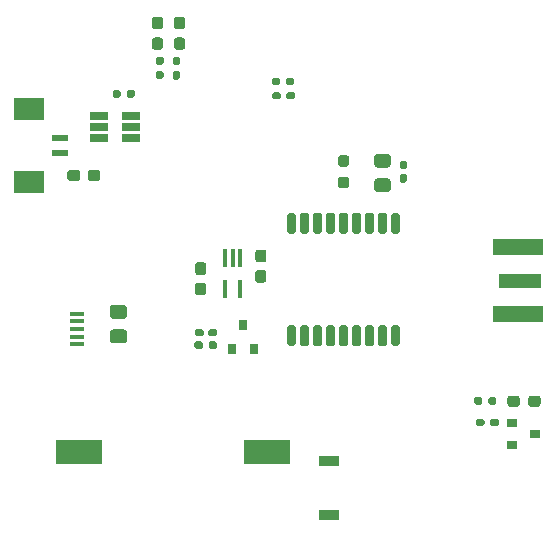
<source format=gbr>
%TF.GenerationSoftware,KiCad,Pcbnew,(5.1.10-1-10_14)*%
%TF.CreationDate,2021-07-28T23:22:07+08:00*%
%TF.ProjectId,maxm8q_board,6d61786d-3871-45f6-926f-6172642e6b69,rev?*%
%TF.SameCoordinates,Original*%
%TF.FileFunction,Paste,Top*%
%TF.FilePolarity,Positive*%
%FSLAX46Y46*%
G04 Gerber Fmt 4.6, Leading zero omitted, Abs format (unit mm)*
G04 Created by KiCad (PCBNEW (5.1.10-1-10_14)) date 2021-07-28 23:22:07*
%MOMM*%
%LPD*%
G01*
G04 APERTURE LIST*
%ADD10R,3.600000X1.270000*%
%ADD11R,4.200000X1.350000*%
%ADD12R,1.699997X0.899998*%
%ADD13R,1.560000X0.650000*%
%ADD14R,2.599995X1.899996*%
%ADD15R,1.399997X0.599999*%
%ADD16R,1.300000X0.450000*%
%ADD17R,4.000000X2.000000*%
%ADD18R,0.800000X0.900000*%
%ADD19R,0.900000X0.800000*%
%ADD20R,0.400000X1.500000*%
G04 APERTURE END LIST*
D10*
%TO.C,X1*%
X143650000Y-83100000D03*
D11*
X143450000Y-80275000D03*
X143450000Y-85925000D03*
%TD*%
%TO.C,C6*%
G36*
G01*
X109175000Y-87220000D02*
X110125000Y-87220000D01*
G75*
G02*
X110375000Y-87470000I0J-250000D01*
G01*
X110375000Y-88145000D01*
G75*
G02*
X110125000Y-88395000I-250000J0D01*
G01*
X109175000Y-88395000D01*
G75*
G02*
X108925000Y-88145000I0J250000D01*
G01*
X108925000Y-87470000D01*
G75*
G02*
X109175000Y-87220000I250000J0D01*
G01*
G37*
G36*
G01*
X109175000Y-85145000D02*
X110125000Y-85145000D01*
G75*
G02*
X110375000Y-85395000I0J-250000D01*
G01*
X110375000Y-86070000D01*
G75*
G02*
X110125000Y-86320000I-250000J0D01*
G01*
X109175000Y-86320000D01*
G75*
G02*
X108925000Y-86070000I0J250000D01*
G01*
X108925000Y-85395000D01*
G75*
G02*
X109175000Y-85145000I250000J0D01*
G01*
G37*
%TD*%
%TO.C,R9*%
G36*
G01*
X114400000Y-65347500D02*
X114720000Y-65347500D01*
G75*
G02*
X114880000Y-65507500I0J-160000D01*
G01*
X114880000Y-65902500D01*
G75*
G02*
X114720000Y-66062500I-160000J0D01*
G01*
X114400000Y-66062500D01*
G75*
G02*
X114240000Y-65902500I0J160000D01*
G01*
X114240000Y-65507500D01*
G75*
G02*
X114400000Y-65347500I160000J0D01*
G01*
G37*
G36*
G01*
X114400000Y-64152500D02*
X114720000Y-64152500D01*
G75*
G02*
X114880000Y-64312500I0J-160000D01*
G01*
X114880000Y-64707500D01*
G75*
G02*
X114720000Y-64867500I-160000J0D01*
G01*
X114400000Y-64867500D01*
G75*
G02*
X114240000Y-64707500I0J160000D01*
G01*
X114240000Y-64312500D01*
G75*
G02*
X114400000Y-64152500I160000J0D01*
G01*
G37*
%TD*%
%TO.C,R8*%
G36*
G01*
X109870000Y-67120000D02*
X109870000Y-67440000D01*
G75*
G02*
X109710000Y-67600000I-160000J0D01*
G01*
X109315000Y-67600000D01*
G75*
G02*
X109155000Y-67440000I0J160000D01*
G01*
X109155000Y-67120000D01*
G75*
G02*
X109315000Y-66960000I160000J0D01*
G01*
X109710000Y-66960000D01*
G75*
G02*
X109870000Y-67120000I0J-160000D01*
G01*
G37*
G36*
G01*
X111065000Y-67120000D02*
X111065000Y-67440000D01*
G75*
G02*
X110905000Y-67600000I-160000J0D01*
G01*
X110510000Y-67600000D01*
G75*
G02*
X110350000Y-67440000I0J160000D01*
G01*
X110350000Y-67120000D01*
G75*
G02*
X110510000Y-66960000I160000J0D01*
G01*
X110905000Y-66960000D01*
G75*
G02*
X111065000Y-67120000I0J-160000D01*
G01*
G37*
%TD*%
%TO.C,R7*%
G36*
G01*
X113320000Y-64840000D02*
X113000000Y-64840000D01*
G75*
G02*
X112840000Y-64680000I0J160000D01*
G01*
X112840000Y-64285000D01*
G75*
G02*
X113000000Y-64125000I160000J0D01*
G01*
X113320000Y-64125000D01*
G75*
G02*
X113480000Y-64285000I0J-160000D01*
G01*
X113480000Y-64680000D01*
G75*
G02*
X113320000Y-64840000I-160000J0D01*
G01*
G37*
G36*
G01*
X113320000Y-66035000D02*
X113000000Y-66035000D01*
G75*
G02*
X112840000Y-65875000I0J160000D01*
G01*
X112840000Y-65480000D01*
G75*
G02*
X113000000Y-65320000I160000J0D01*
G01*
X113320000Y-65320000D01*
G75*
G02*
X113480000Y-65480000I0J-160000D01*
G01*
X113480000Y-65875000D01*
G75*
G02*
X113320000Y-66035000I-160000J0D01*
G01*
G37*
%TD*%
%TO.C,R6*%
G36*
G01*
X116800000Y-88400000D02*
X116800000Y-88720000D01*
G75*
G02*
X116640000Y-88880000I-160000J0D01*
G01*
X116245000Y-88880000D01*
G75*
G02*
X116085000Y-88720000I0J160000D01*
G01*
X116085000Y-88400000D01*
G75*
G02*
X116245000Y-88240000I160000J0D01*
G01*
X116640000Y-88240000D01*
G75*
G02*
X116800000Y-88400000I0J-160000D01*
G01*
G37*
G36*
G01*
X117995000Y-88400000D02*
X117995000Y-88720000D01*
G75*
G02*
X117835000Y-88880000I-160000J0D01*
G01*
X117440000Y-88880000D01*
G75*
G02*
X117280000Y-88720000I0J160000D01*
G01*
X117280000Y-88400000D01*
G75*
G02*
X117440000Y-88240000I160000J0D01*
G01*
X117835000Y-88240000D01*
G75*
G02*
X117995000Y-88400000I0J-160000D01*
G01*
G37*
%TD*%
%TO.C,R5*%
G36*
G01*
X140940000Y-93430000D02*
X140940000Y-93110000D01*
G75*
G02*
X141100000Y-92950000I160000J0D01*
G01*
X141495000Y-92950000D01*
G75*
G02*
X141655000Y-93110000I0J-160000D01*
G01*
X141655000Y-93430000D01*
G75*
G02*
X141495000Y-93590000I-160000J0D01*
G01*
X141100000Y-93590000D01*
G75*
G02*
X140940000Y-93430000I0J160000D01*
G01*
G37*
G36*
G01*
X139745000Y-93430000D02*
X139745000Y-93110000D01*
G75*
G02*
X139905000Y-92950000I160000J0D01*
G01*
X140300000Y-92950000D01*
G75*
G02*
X140460000Y-93110000I0J-160000D01*
G01*
X140460000Y-93430000D01*
G75*
G02*
X140300000Y-93590000I-160000J0D01*
G01*
X139905000Y-93590000D01*
G75*
G02*
X139745000Y-93430000I0J160000D01*
G01*
G37*
%TD*%
%TO.C,R4*%
G36*
G01*
X141130000Y-95260000D02*
X141130000Y-94940000D01*
G75*
G02*
X141290000Y-94780000I160000J0D01*
G01*
X141685000Y-94780000D01*
G75*
G02*
X141845000Y-94940000I0J-160000D01*
G01*
X141845000Y-95260000D01*
G75*
G02*
X141685000Y-95420000I-160000J0D01*
G01*
X141290000Y-95420000D01*
G75*
G02*
X141130000Y-95260000I0J160000D01*
G01*
G37*
G36*
G01*
X139935000Y-95260000D02*
X139935000Y-94940000D01*
G75*
G02*
X140095000Y-94780000I160000J0D01*
G01*
X140490000Y-94780000D01*
G75*
G02*
X140650000Y-94940000I0J-160000D01*
G01*
X140650000Y-95260000D01*
G75*
G02*
X140490000Y-95420000I-160000J0D01*
G01*
X140095000Y-95420000D01*
G75*
G02*
X139935000Y-95260000I0J160000D01*
G01*
G37*
%TD*%
%TO.C,R2*%
G36*
G01*
X123390000Y-67270000D02*
X123390000Y-67590000D01*
G75*
G02*
X123230000Y-67750000I-160000J0D01*
G01*
X122835000Y-67750000D01*
G75*
G02*
X122675000Y-67590000I0J160000D01*
G01*
X122675000Y-67270000D01*
G75*
G02*
X122835000Y-67110000I160000J0D01*
G01*
X123230000Y-67110000D01*
G75*
G02*
X123390000Y-67270000I0J-160000D01*
G01*
G37*
G36*
G01*
X124585000Y-67270000D02*
X124585000Y-67590000D01*
G75*
G02*
X124425000Y-67750000I-160000J0D01*
G01*
X124030000Y-67750000D01*
G75*
G02*
X123870000Y-67590000I0J160000D01*
G01*
X123870000Y-67270000D01*
G75*
G02*
X124030000Y-67110000I160000J0D01*
G01*
X124425000Y-67110000D01*
G75*
G02*
X124585000Y-67270000I0J-160000D01*
G01*
G37*
%TD*%
%TO.C,R1*%
G36*
G01*
X123350000Y-66060000D02*
X123350000Y-66380000D01*
G75*
G02*
X123190000Y-66540000I-160000J0D01*
G01*
X122795000Y-66540000D01*
G75*
G02*
X122635000Y-66380000I0J160000D01*
G01*
X122635000Y-66060000D01*
G75*
G02*
X122795000Y-65900000I160000J0D01*
G01*
X123190000Y-65900000D01*
G75*
G02*
X123350000Y-66060000I0J-160000D01*
G01*
G37*
G36*
G01*
X124545000Y-66060000D02*
X124545000Y-66380000D01*
G75*
G02*
X124385000Y-66540000I-160000J0D01*
G01*
X123990000Y-66540000D01*
G75*
G02*
X123830000Y-66380000I0J160000D01*
G01*
X123830000Y-66060000D01*
G75*
G02*
X123990000Y-65900000I160000J0D01*
G01*
X124385000Y-65900000D01*
G75*
G02*
X124545000Y-66060000I0J-160000D01*
G01*
G37*
%TD*%
%TO.C,C5*%
G36*
G01*
X116860000Y-87335000D02*
X116860000Y-87645000D01*
G75*
G02*
X116705000Y-87800000I-155000J0D01*
G01*
X116280000Y-87800000D01*
G75*
G02*
X116125000Y-87645000I0J155000D01*
G01*
X116125000Y-87335000D01*
G75*
G02*
X116280000Y-87180000I155000J0D01*
G01*
X116705000Y-87180000D01*
G75*
G02*
X116860000Y-87335000I0J-155000D01*
G01*
G37*
G36*
G01*
X117995000Y-87335000D02*
X117995000Y-87645000D01*
G75*
G02*
X117840000Y-87800000I-155000J0D01*
G01*
X117415000Y-87800000D01*
G75*
G02*
X117260000Y-87645000I0J155000D01*
G01*
X117260000Y-87335000D01*
G75*
G02*
X117415000Y-87180000I155000J0D01*
G01*
X117840000Y-87180000D01*
G75*
G02*
X117995000Y-87335000I0J-155000D01*
G01*
G37*
%TD*%
%TO.C,C4*%
G36*
G01*
X133625000Y-74060000D02*
X133935000Y-74060000D01*
G75*
G02*
X134090000Y-74215000I0J-155000D01*
G01*
X134090000Y-74640000D01*
G75*
G02*
X133935000Y-74795000I-155000J0D01*
G01*
X133625000Y-74795000D01*
G75*
G02*
X133470000Y-74640000I0J155000D01*
G01*
X133470000Y-74215000D01*
G75*
G02*
X133625000Y-74060000I155000J0D01*
G01*
G37*
G36*
G01*
X133625000Y-72925000D02*
X133935000Y-72925000D01*
G75*
G02*
X134090000Y-73080000I0J-155000D01*
G01*
X134090000Y-73505000D01*
G75*
G02*
X133935000Y-73660000I-155000J0D01*
G01*
X133625000Y-73660000D01*
G75*
G02*
X133470000Y-73505000I0J155000D01*
G01*
X133470000Y-73080000D01*
G75*
G02*
X133625000Y-72925000I155000J0D01*
G01*
G37*
%TD*%
D12*
%TO.C,SW1*%
X127500000Y-98330030D03*
X127500000Y-102929970D03*
%TD*%
D13*
%TO.C,U3*%
X110690000Y-70080000D03*
X110690000Y-69130000D03*
X110690000Y-71030000D03*
X107990000Y-71030000D03*
X107990000Y-70080000D03*
X107990000Y-69130000D03*
%TD*%
%TO.C,D3*%
G36*
G01*
X114592500Y-62500000D02*
X115067500Y-62500000D01*
G75*
G02*
X115305000Y-62737500I0J-237500D01*
G01*
X115305000Y-63312500D01*
G75*
G02*
X115067500Y-63550000I-237500J0D01*
G01*
X114592500Y-63550000D01*
G75*
G02*
X114355000Y-63312500I0J237500D01*
G01*
X114355000Y-62737500D01*
G75*
G02*
X114592500Y-62500000I237500J0D01*
G01*
G37*
G36*
G01*
X114592500Y-60750000D02*
X115067500Y-60750000D01*
G75*
G02*
X115305000Y-60987500I0J-237500D01*
G01*
X115305000Y-61562500D01*
G75*
G02*
X115067500Y-61800000I-237500J0D01*
G01*
X114592500Y-61800000D01*
G75*
G02*
X114355000Y-61562500I0J237500D01*
G01*
X114355000Y-60987500D01*
G75*
G02*
X114592500Y-60750000I237500J0D01*
G01*
G37*
%TD*%
%TO.C,D2*%
G36*
G01*
X112712500Y-62500000D02*
X113187500Y-62500000D01*
G75*
G02*
X113425000Y-62737500I0J-237500D01*
G01*
X113425000Y-63312500D01*
G75*
G02*
X113187500Y-63550000I-237500J0D01*
G01*
X112712500Y-63550000D01*
G75*
G02*
X112475000Y-63312500I0J237500D01*
G01*
X112475000Y-62737500D01*
G75*
G02*
X112712500Y-62500000I237500J0D01*
G01*
G37*
G36*
G01*
X112712500Y-60750000D02*
X113187500Y-60750000D01*
G75*
G02*
X113425000Y-60987500I0J-237500D01*
G01*
X113425000Y-61562500D01*
G75*
G02*
X113187500Y-61800000I-237500J0D01*
G01*
X112712500Y-61800000D01*
G75*
G02*
X112475000Y-61562500I0J237500D01*
G01*
X112475000Y-60987500D01*
G75*
G02*
X112712500Y-60750000I237500J0D01*
G01*
G37*
%TD*%
D14*
%TO.C,CN1*%
X102051265Y-68515089D03*
X102051265Y-74765013D03*
D15*
X104668735Y-72264891D03*
X104668735Y-71014957D03*
%TD*%
D16*
%TO.C,J1*%
X106160000Y-88480000D03*
X106160000Y-87830000D03*
X106160000Y-87180000D03*
X106160000Y-86530000D03*
X106160000Y-85880000D03*
%TD*%
D17*
%TO.C,B1*%
X122200000Y-97610000D03*
X106310000Y-97610000D03*
%TD*%
D18*
%TO.C,Q2*%
X120210000Y-86880000D03*
X121160000Y-88880000D03*
X119260000Y-88880000D03*
%TD*%
%TO.C,C3*%
G36*
G01*
X121472500Y-82195000D02*
X121947500Y-82195000D01*
G75*
G02*
X122185000Y-82432500I0J-237500D01*
G01*
X122185000Y-83032500D01*
G75*
G02*
X121947500Y-83270000I-237500J0D01*
G01*
X121472500Y-83270000D01*
G75*
G02*
X121235000Y-83032500I0J237500D01*
G01*
X121235000Y-82432500D01*
G75*
G02*
X121472500Y-82195000I237500J0D01*
G01*
G37*
G36*
G01*
X121472500Y-80470000D02*
X121947500Y-80470000D01*
G75*
G02*
X122185000Y-80707500I0J-237500D01*
G01*
X122185000Y-81307500D01*
G75*
G02*
X121947500Y-81545000I-237500J0D01*
G01*
X121472500Y-81545000D01*
G75*
G02*
X121235000Y-81307500I0J237500D01*
G01*
X121235000Y-80707500D01*
G75*
G02*
X121472500Y-80470000I237500J0D01*
G01*
G37*
%TD*%
%TO.C,C2*%
G36*
G01*
X116372500Y-83265000D02*
X116847500Y-83265000D01*
G75*
G02*
X117085000Y-83502500I0J-237500D01*
G01*
X117085000Y-84102500D01*
G75*
G02*
X116847500Y-84340000I-237500J0D01*
G01*
X116372500Y-84340000D01*
G75*
G02*
X116135000Y-84102500I0J237500D01*
G01*
X116135000Y-83502500D01*
G75*
G02*
X116372500Y-83265000I237500J0D01*
G01*
G37*
G36*
G01*
X116372500Y-81540000D02*
X116847500Y-81540000D01*
G75*
G02*
X117085000Y-81777500I0J-237500D01*
G01*
X117085000Y-82377500D01*
G75*
G02*
X116847500Y-82615000I-237500J0D01*
G01*
X116372500Y-82615000D01*
G75*
G02*
X116135000Y-82377500I0J237500D01*
G01*
X116135000Y-81777500D01*
G75*
G02*
X116372500Y-81540000I237500J0D01*
G01*
G37*
%TD*%
%TO.C,C1*%
G36*
G01*
X106405000Y-73952500D02*
X106405000Y-74427500D01*
G75*
G02*
X106167500Y-74665000I-237500J0D01*
G01*
X105567500Y-74665000D01*
G75*
G02*
X105330000Y-74427500I0J237500D01*
G01*
X105330000Y-73952500D01*
G75*
G02*
X105567500Y-73715000I237500J0D01*
G01*
X106167500Y-73715000D01*
G75*
G02*
X106405000Y-73952500I0J-237500D01*
G01*
G37*
G36*
G01*
X108130000Y-73952500D02*
X108130000Y-74427500D01*
G75*
G02*
X107892500Y-74665000I-237500J0D01*
G01*
X107292500Y-74665000D01*
G75*
G02*
X107055000Y-74427500I0J237500D01*
G01*
X107055000Y-73952500D01*
G75*
G02*
X107292500Y-73715000I237500J0D01*
G01*
X107892500Y-73715000D01*
G75*
G02*
X108130000Y-73952500I0J-237500D01*
G01*
G37*
%TD*%
D19*
%TO.C,Q1*%
X144950000Y-96090000D03*
X142950000Y-97040000D03*
X142950000Y-95140000D03*
%TD*%
%TO.C,D1*%
G36*
G01*
X143640000Y-93062500D02*
X143640000Y-93537500D01*
G75*
G02*
X143402500Y-93775000I-237500J0D01*
G01*
X142827500Y-93775000D01*
G75*
G02*
X142590000Y-93537500I0J237500D01*
G01*
X142590000Y-93062500D01*
G75*
G02*
X142827500Y-92825000I237500J0D01*
G01*
X143402500Y-92825000D01*
G75*
G02*
X143640000Y-93062500I0J-237500D01*
G01*
G37*
G36*
G01*
X145390000Y-93062500D02*
X145390000Y-93537500D01*
G75*
G02*
X145152500Y-93775000I-237500J0D01*
G01*
X144577500Y-93775000D01*
G75*
G02*
X144340000Y-93537500I0J237500D01*
G01*
X144340000Y-93062500D01*
G75*
G02*
X144577500Y-92825000I237500J0D01*
G01*
X145152500Y-92825000D01*
G75*
G02*
X145390000Y-93062500I0J-237500D01*
G01*
G37*
%TD*%
D20*
%TO.C,U2*%
X119980000Y-83790000D03*
X118680000Y-83790000D03*
X118680000Y-81130000D03*
X119330000Y-81130000D03*
X119980000Y-81130000D03*
%TD*%
%TO.C,R3*%
G36*
G01*
X128947500Y-73435000D02*
X128472500Y-73435000D01*
G75*
G02*
X128235000Y-73197500I0J237500D01*
G01*
X128235000Y-72697500D01*
G75*
G02*
X128472500Y-72460000I237500J0D01*
G01*
X128947500Y-72460000D01*
G75*
G02*
X129185000Y-72697500I0J-237500D01*
G01*
X129185000Y-73197500D01*
G75*
G02*
X128947500Y-73435000I-237500J0D01*
G01*
G37*
G36*
G01*
X128947500Y-75260000D02*
X128472500Y-75260000D01*
G75*
G02*
X128235000Y-75022500I0J237500D01*
G01*
X128235000Y-74522500D01*
G75*
G02*
X128472500Y-74285000I237500J0D01*
G01*
X128947500Y-74285000D01*
G75*
G02*
X129185000Y-74522500I0J-237500D01*
G01*
X129185000Y-75022500D01*
G75*
G02*
X128947500Y-75260000I-237500J0D01*
G01*
G37*
%TD*%
%TO.C,L1*%
G36*
G01*
X132460001Y-73520000D02*
X131559999Y-73520000D01*
G75*
G02*
X131310000Y-73270001I0J249999D01*
G01*
X131310000Y-72619999D01*
G75*
G02*
X131559999Y-72370000I249999J0D01*
G01*
X132460001Y-72370000D01*
G75*
G02*
X132710000Y-72619999I0J-249999D01*
G01*
X132710000Y-73270001D01*
G75*
G02*
X132460001Y-73520000I-249999J0D01*
G01*
G37*
G36*
G01*
X132460001Y-75570000D02*
X131559999Y-75570000D01*
G75*
G02*
X131310000Y-75320001I0J249999D01*
G01*
X131310000Y-74669999D01*
G75*
G02*
X131559999Y-74420000I249999J0D01*
G01*
X132460001Y-74420000D01*
G75*
G02*
X132710000Y-74669999I0J-249999D01*
G01*
X132710000Y-75320001D01*
G75*
G02*
X132460001Y-75570000I-249999J0D01*
G01*
G37*
%TD*%
%TO.C,U1*%
G36*
G01*
X124485000Y-79140000D02*
X124135000Y-79140000D01*
G75*
G02*
X123960000Y-78965000I0J175000D01*
G01*
X123960000Y-77515000D01*
G75*
G02*
X124135000Y-77340000I175000J0D01*
G01*
X124485000Y-77340000D01*
G75*
G02*
X124660000Y-77515000I0J-175000D01*
G01*
X124660000Y-78965000D01*
G75*
G02*
X124485000Y-79140000I-175000J0D01*
G01*
G37*
G36*
G01*
X125610000Y-79140000D02*
X125210000Y-79140000D01*
G75*
G02*
X125010000Y-78940000I0J200000D01*
G01*
X125010000Y-77540000D01*
G75*
G02*
X125210000Y-77340000I200000J0D01*
G01*
X125610000Y-77340000D01*
G75*
G02*
X125810000Y-77540000I0J-200000D01*
G01*
X125810000Y-78940000D01*
G75*
G02*
X125610000Y-79140000I-200000J0D01*
G01*
G37*
G36*
G01*
X126710000Y-79140000D02*
X126310000Y-79140000D01*
G75*
G02*
X126110000Y-78940000I0J200000D01*
G01*
X126110000Y-77540000D01*
G75*
G02*
X126310000Y-77340000I200000J0D01*
G01*
X126710000Y-77340000D01*
G75*
G02*
X126910000Y-77540000I0J-200000D01*
G01*
X126910000Y-78940000D01*
G75*
G02*
X126710000Y-79140000I-200000J0D01*
G01*
G37*
G36*
G01*
X127810000Y-79140000D02*
X127410000Y-79140000D01*
G75*
G02*
X127210000Y-78940000I0J200000D01*
G01*
X127210000Y-77540000D01*
G75*
G02*
X127410000Y-77340000I200000J0D01*
G01*
X127810000Y-77340000D01*
G75*
G02*
X128010000Y-77540000I0J-200000D01*
G01*
X128010000Y-78940000D01*
G75*
G02*
X127810000Y-79140000I-200000J0D01*
G01*
G37*
G36*
G01*
X128910000Y-79140000D02*
X128510000Y-79140000D01*
G75*
G02*
X128310000Y-78940000I0J200000D01*
G01*
X128310000Y-77540000D01*
G75*
G02*
X128510000Y-77340000I200000J0D01*
G01*
X128910000Y-77340000D01*
G75*
G02*
X129110000Y-77540000I0J-200000D01*
G01*
X129110000Y-78940000D01*
G75*
G02*
X128910000Y-79140000I-200000J0D01*
G01*
G37*
G36*
G01*
X130010000Y-79140000D02*
X129610000Y-79140000D01*
G75*
G02*
X129410000Y-78940000I0J200000D01*
G01*
X129410000Y-77540000D01*
G75*
G02*
X129610000Y-77340000I200000J0D01*
G01*
X130010000Y-77340000D01*
G75*
G02*
X130210000Y-77540000I0J-200000D01*
G01*
X130210000Y-78940000D01*
G75*
G02*
X130010000Y-79140000I-200000J0D01*
G01*
G37*
G36*
G01*
X131110000Y-79140000D02*
X130710000Y-79140000D01*
G75*
G02*
X130510000Y-78940000I0J200000D01*
G01*
X130510000Y-77540000D01*
G75*
G02*
X130710000Y-77340000I200000J0D01*
G01*
X131110000Y-77340000D01*
G75*
G02*
X131310000Y-77540000I0J-200000D01*
G01*
X131310000Y-78940000D01*
G75*
G02*
X131110000Y-79140000I-200000J0D01*
G01*
G37*
G36*
G01*
X132210000Y-79140000D02*
X131810000Y-79140000D01*
G75*
G02*
X131610000Y-78940000I0J200000D01*
G01*
X131610000Y-77540000D01*
G75*
G02*
X131810000Y-77340000I200000J0D01*
G01*
X132210000Y-77340000D01*
G75*
G02*
X132410000Y-77540000I0J-200000D01*
G01*
X132410000Y-78940000D01*
G75*
G02*
X132210000Y-79140000I-200000J0D01*
G01*
G37*
G36*
G01*
X133285000Y-79140000D02*
X132935000Y-79140000D01*
G75*
G02*
X132760000Y-78965000I0J175000D01*
G01*
X132760000Y-77515000D01*
G75*
G02*
X132935000Y-77340000I175000J0D01*
G01*
X133285000Y-77340000D01*
G75*
G02*
X133460000Y-77515000I0J-175000D01*
G01*
X133460000Y-78965000D01*
G75*
G02*
X133285000Y-79140000I-175000J0D01*
G01*
G37*
G36*
G01*
X133285000Y-88640000D02*
X132935000Y-88640000D01*
G75*
G02*
X132760000Y-88465000I0J175000D01*
G01*
X132760000Y-87015000D01*
G75*
G02*
X132935000Y-86840000I175000J0D01*
G01*
X133285000Y-86840000D01*
G75*
G02*
X133460000Y-87015000I0J-175000D01*
G01*
X133460000Y-88465000D01*
G75*
G02*
X133285000Y-88640000I-175000J0D01*
G01*
G37*
G36*
G01*
X132210000Y-88640000D02*
X131810000Y-88640000D01*
G75*
G02*
X131610000Y-88440000I0J200000D01*
G01*
X131610000Y-87040000D01*
G75*
G02*
X131810000Y-86840000I200000J0D01*
G01*
X132210000Y-86840000D01*
G75*
G02*
X132410000Y-87040000I0J-200000D01*
G01*
X132410000Y-88440000D01*
G75*
G02*
X132210000Y-88640000I-200000J0D01*
G01*
G37*
G36*
G01*
X131110000Y-88640000D02*
X130710000Y-88640000D01*
G75*
G02*
X130510000Y-88440000I0J200000D01*
G01*
X130510000Y-87040000D01*
G75*
G02*
X130710000Y-86840000I200000J0D01*
G01*
X131110000Y-86840000D01*
G75*
G02*
X131310000Y-87040000I0J-200000D01*
G01*
X131310000Y-88440000D01*
G75*
G02*
X131110000Y-88640000I-200000J0D01*
G01*
G37*
G36*
G01*
X130010000Y-88640000D02*
X129610000Y-88640000D01*
G75*
G02*
X129410000Y-88440000I0J200000D01*
G01*
X129410000Y-87040000D01*
G75*
G02*
X129610000Y-86840000I200000J0D01*
G01*
X130010000Y-86840000D01*
G75*
G02*
X130210000Y-87040000I0J-200000D01*
G01*
X130210000Y-88440000D01*
G75*
G02*
X130010000Y-88640000I-200000J0D01*
G01*
G37*
G36*
G01*
X128910000Y-88640000D02*
X128510000Y-88640000D01*
G75*
G02*
X128310000Y-88440000I0J200000D01*
G01*
X128310000Y-87040000D01*
G75*
G02*
X128510000Y-86840000I200000J0D01*
G01*
X128910000Y-86840000D01*
G75*
G02*
X129110000Y-87040000I0J-200000D01*
G01*
X129110000Y-88440000D01*
G75*
G02*
X128910000Y-88640000I-200000J0D01*
G01*
G37*
G36*
G01*
X127810000Y-88640000D02*
X127410000Y-88640000D01*
G75*
G02*
X127210000Y-88440000I0J200000D01*
G01*
X127210000Y-87040000D01*
G75*
G02*
X127410000Y-86840000I200000J0D01*
G01*
X127810000Y-86840000D01*
G75*
G02*
X128010000Y-87040000I0J-200000D01*
G01*
X128010000Y-88440000D01*
G75*
G02*
X127810000Y-88640000I-200000J0D01*
G01*
G37*
G36*
G01*
X126710000Y-88640000D02*
X126310000Y-88640000D01*
G75*
G02*
X126110000Y-88440000I0J200000D01*
G01*
X126110000Y-87040000D01*
G75*
G02*
X126310000Y-86840000I200000J0D01*
G01*
X126710000Y-86840000D01*
G75*
G02*
X126910000Y-87040000I0J-200000D01*
G01*
X126910000Y-88440000D01*
G75*
G02*
X126710000Y-88640000I-200000J0D01*
G01*
G37*
G36*
G01*
X125610000Y-88640000D02*
X125210000Y-88640000D01*
G75*
G02*
X125010000Y-88440000I0J200000D01*
G01*
X125010000Y-87040000D01*
G75*
G02*
X125210000Y-86840000I200000J0D01*
G01*
X125610000Y-86840000D01*
G75*
G02*
X125810000Y-87040000I0J-200000D01*
G01*
X125810000Y-88440000D01*
G75*
G02*
X125610000Y-88640000I-200000J0D01*
G01*
G37*
G36*
G01*
X124485000Y-88640000D02*
X124135000Y-88640000D01*
G75*
G02*
X123960000Y-88465000I0J175000D01*
G01*
X123960000Y-87015000D01*
G75*
G02*
X124135000Y-86840000I175000J0D01*
G01*
X124485000Y-86840000D01*
G75*
G02*
X124660000Y-87015000I0J-175000D01*
G01*
X124660000Y-88465000D01*
G75*
G02*
X124485000Y-88640000I-175000J0D01*
G01*
G37*
%TD*%
M02*

</source>
